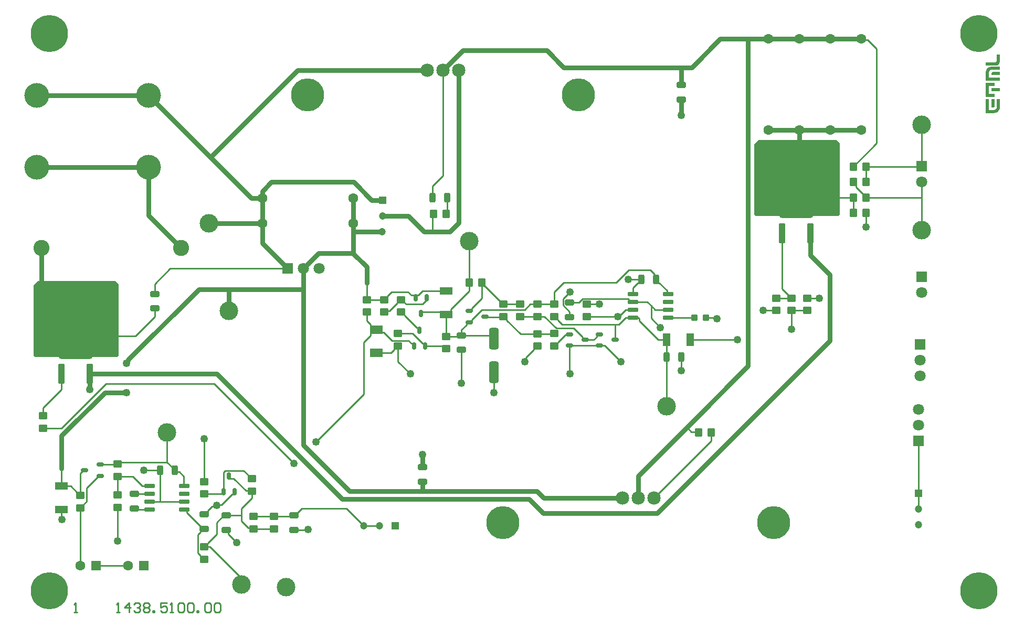
<source format=gtl>
G04*
G04 #@! TF.GenerationSoftware,Altium Limited,Altium Designer,23.6.0 (18)*
G04*
G04 Layer_Physical_Order=1*
G04 Layer_Color=255*
%FSLAX44Y44*%
%MOMM*%
G71*
G04*
G04 #@! TF.SameCoordinates,E2970A9F-EEAD-49D2-9432-5F25BFD95917*
G04*
G04*
G04 #@! TF.FilePolarity,Positive*
G04*
G01*
G75*
%ADD10C,0.2500*%
%ADD15C,0.2540*%
%ADD18R,1.2500X2.0000*%
G04:AMPARAMS|DCode=19|XSize=0.65mm|YSize=1.65mm|CornerRadius=0.0488mm|HoleSize=0mm|Usage=FLASHONLY|Rotation=90.000|XOffset=0mm|YOffset=0mm|HoleType=Round|Shape=RoundedRectangle|*
%AMROUNDEDRECTD19*
21,1,0.6500,1.5525,0,0,90.0*
21,1,0.5525,1.6500,0,0,90.0*
1,1,0.0975,0.7763,0.2763*
1,1,0.0975,0.7763,-0.2763*
1,1,0.0975,-0.7763,-0.2763*
1,1,0.0975,-0.7763,0.2763*
%
%ADD19ROUNDEDRECTD19*%
G04:AMPARAMS|DCode=20|XSize=0.65mm|YSize=1.15mm|CornerRadius=0.1625mm|HoleSize=0mm|Usage=FLASHONLY|Rotation=0.000|XOffset=0mm|YOffset=0mm|HoleType=Round|Shape=RoundedRectangle|*
%AMROUNDEDRECTD20*
21,1,0.6500,0.8250,0,0,0.0*
21,1,0.3250,1.1500,0,0,0.0*
1,1,0.3250,0.1625,-0.4125*
1,1,0.3250,-0.1625,-0.4125*
1,1,0.3250,-0.1625,0.4125*
1,1,0.3250,0.1625,0.4125*
%
%ADD20ROUNDEDRECTD20*%
G04:AMPARAMS|DCode=21|XSize=1.6mm|YSize=3.5mm|CornerRadius=0.4mm|HoleSize=0mm|Usage=FLASHONLY|Rotation=180.000|XOffset=0mm|YOffset=0mm|HoleType=Round|Shape=RoundedRectangle|*
%AMROUNDEDRECTD21*
21,1,1.6000,2.7000,0,0,180.0*
21,1,0.8000,3.5000,0,0,180.0*
1,1,0.8000,-0.4000,1.3500*
1,1,0.8000,0.4000,1.3500*
1,1,0.8000,0.4000,-1.3500*
1,1,0.8000,-0.4000,-1.3500*
%
%ADD21ROUNDEDRECTD21*%
%ADD22R,2.0300X1.4000*%
%ADD23R,2.0000X1.2500*%
G04:AMPARAMS|DCode=24|XSize=1.55mm|YSize=0.95mm|CornerRadius=0.2375mm|HoleSize=0mm|Usage=FLASHONLY|Rotation=90.000|XOffset=0mm|YOffset=0mm|HoleType=Round|Shape=RoundedRectangle|*
%AMROUNDEDRECTD24*
21,1,1.5500,0.4750,0,0,90.0*
21,1,1.0750,0.9500,0,0,90.0*
1,1,0.4750,0.2375,0.5375*
1,1,0.4750,0.2375,-0.5375*
1,1,0.4750,-0.2375,-0.5375*
1,1,0.4750,-0.2375,0.5375*
%
%ADD24ROUNDEDRECTD24*%
G04:AMPARAMS|DCode=25|XSize=1.55mm|YSize=0.95mm|CornerRadius=0.2375mm|HoleSize=0mm|Usage=FLASHONLY|Rotation=180.000|XOffset=0mm|YOffset=0mm|HoleType=Round|Shape=RoundedRectangle|*
%AMROUNDEDRECTD25*
21,1,1.5500,0.4750,0,0,180.0*
21,1,1.0750,0.9500,0,0,180.0*
1,1,0.4750,-0.5375,0.2375*
1,1,0.4750,0.5375,0.2375*
1,1,0.4750,0.5375,-0.2375*
1,1,0.4750,-0.5375,-0.2375*
%
%ADD25ROUNDEDRECTD25*%
G04:AMPARAMS|DCode=26|XSize=1.05mm|YSize=1.1mm|CornerRadius=0.2625mm|HoleSize=0mm|Usage=FLASHONLY|Rotation=270.000|XOffset=0mm|YOffset=0mm|HoleType=Round|Shape=RoundedRectangle|*
%AMROUNDEDRECTD26*
21,1,1.0500,0.5750,0,0,270.0*
21,1,0.5250,1.1000,0,0,270.0*
1,1,0.5250,-0.2875,-0.2625*
1,1,0.5250,-0.2875,0.2625*
1,1,0.5250,0.2875,0.2625*
1,1,0.5250,0.2875,-0.2625*
%
%ADD26ROUNDEDRECTD26*%
G04:AMPARAMS|DCode=27|XSize=1.05mm|YSize=3.3mm|CornerRadius=0.2625mm|HoleSize=0mm|Usage=FLASHONLY|Rotation=180.000|XOffset=0mm|YOffset=0mm|HoleType=Round|Shape=RoundedRectangle|*
%AMROUNDEDRECTD27*
21,1,1.0500,2.7750,0,0,180.0*
21,1,0.5250,3.3000,0,0,180.0*
1,1,0.5250,-0.2625,1.3875*
1,1,0.5250,0.2625,1.3875*
1,1,0.5250,0.2625,-1.3875*
1,1,0.5250,-0.2625,-1.3875*
%
%ADD27ROUNDEDRECTD27*%
G04:AMPARAMS|DCode=28|XSize=0.65mm|YSize=1.15mm|CornerRadius=0.1625mm|HoleSize=0mm|Usage=FLASHONLY|Rotation=90.000|XOffset=0mm|YOffset=0mm|HoleType=Round|Shape=RoundedRectangle|*
%AMROUNDEDRECTD28*
21,1,0.6500,0.8250,0,0,90.0*
21,1,0.3250,1.1500,0,0,90.0*
1,1,0.3250,0.4125,0.1625*
1,1,0.3250,0.4125,-0.1625*
1,1,0.3250,-0.4125,-0.1625*
1,1,0.3250,-0.4125,0.1625*
%
%ADD28ROUNDEDRECTD28*%
G04:AMPARAMS|DCode=29|XSize=1.4mm|YSize=1.2mm|CornerRadius=0.15mm|HoleSize=0mm|Usage=FLASHONLY|Rotation=90.000|XOffset=0mm|YOffset=0mm|HoleType=Round|Shape=RoundedRectangle|*
%AMROUNDEDRECTD29*
21,1,1.4000,0.9000,0,0,90.0*
21,1,1.1000,1.2000,0,0,90.0*
1,1,0.3000,0.4500,0.5500*
1,1,0.3000,0.4500,-0.5500*
1,1,0.3000,-0.4500,-0.5500*
1,1,0.3000,-0.4500,0.5500*
%
%ADD29ROUNDEDRECTD29*%
G04:AMPARAMS|DCode=30|XSize=1.4mm|YSize=1.2mm|CornerRadius=0.15mm|HoleSize=0mm|Usage=FLASHONLY|Rotation=180.000|XOffset=0mm|YOffset=0mm|HoleType=Round|Shape=RoundedRectangle|*
%AMROUNDEDRECTD30*
21,1,1.4000,0.9000,0,0,180.0*
21,1,1.1000,1.2000,0,0,180.0*
1,1,0.3000,-0.5500,0.4500*
1,1,0.3000,0.5500,0.4500*
1,1,0.3000,0.5500,-0.4500*
1,1,0.3000,-0.5500,-0.4500*
%
%ADD30ROUNDEDRECTD30*%
G04:AMPARAMS|DCode=31|XSize=5.55mm|YSize=7.5mm|CornerRadius=0.555mm|HoleSize=0mm|Usage=FLASHONLY|Rotation=180.000|XOffset=0mm|YOffset=0mm|HoleType=Round|Shape=RoundedRectangle|*
%AMROUNDEDRECTD31*
21,1,5.5500,6.3900,0,0,180.0*
21,1,4.4400,7.5000,0,0,180.0*
1,1,1.1100,-2.2200,3.1950*
1,1,1.1100,2.2200,3.1950*
1,1,1.1100,2.2200,-3.1950*
1,1,1.1100,-2.2200,-3.1950*
%
%ADD31ROUNDEDRECTD31*%
%ADD32C,1.6000*%
%ADD33C,5.3340*%
%ADD34C,2.1590*%
%ADD35R,1.6000X1.6000*%
%ADD36C,3.0000*%
%ADD37C,1.8000*%
%ADD38R,1.8000X1.8000*%
%ADD39C,2.6000*%
%ADD40C,6.0000*%
%ADD41C,4.0000*%
%ADD42R,1.8000X1.8000*%
%ADD43R,1.2000X1.2000*%
%ADD44C,1.2000*%
%ADD45R,1.2000X1.2000*%
%ADD46C,1.2500*%
%ADD47C,0.7500*%
G36*
X162272Y545000D02*
Y430000D01*
X159772Y427500D01*
X26781D01*
X24772Y430000D01*
Y543475D01*
X31297Y550000D01*
X157272D01*
X162272Y545000D01*
D02*
G37*
G36*
X1325000Y772500D02*
Y657500D01*
X1322500Y655000D01*
X1189509D01*
X1187500Y657500D01*
Y770975D01*
X1194025Y777500D01*
X1320000D01*
X1325000Y772500D01*
D02*
G37*
G36*
X1583500Y904779D02*
X1583477Y904638D01*
Y904473D01*
X1583453Y904285D01*
X1583430Y904074D01*
X1583383Y903839D01*
X1583289Y903322D01*
X1583124Y902711D01*
X1582913Y902077D01*
X1582631Y901442D01*
X1582255Y900784D01*
X1582043Y900455D01*
X1581785Y900150D01*
X1581526Y899845D01*
X1581221Y899539D01*
X1580916Y899281D01*
X1580563Y899022D01*
X1580164Y898787D01*
X1579764Y898576D01*
X1579318Y898388D01*
X1578824Y898223D01*
X1578308Y898082D01*
X1577744Y897988D01*
X1577156Y897941D01*
X1576522Y897918D01*
X1560968D01*
Y902922D01*
X1574126D01*
X1574149D01*
X1574173D01*
X1574314D01*
X1574525Y902946D01*
X1574807Y902993D01*
X1575159Y903040D01*
X1575535Y903134D01*
X1575935Y903275D01*
X1576334Y903439D01*
X1576757Y903674D01*
X1577133Y903956D01*
X1577509Y904309D01*
X1577838Y904732D01*
X1578120Y905248D01*
X1578331Y905836D01*
X1578402Y906165D01*
X1578449Y906517D01*
X1578496Y906893D01*
Y915445D01*
X1583500D01*
Y904779D01*
D02*
G37*
G36*
Y882576D02*
X1569732D01*
Y885043D01*
X1569755Y885184D01*
X1569779Y885348D01*
X1569849Y885536D01*
X1569920Y885771D01*
X1570037Y886006D01*
X1570178Y886264D01*
X1570343Y886499D01*
X1570578Y886758D01*
X1570860Y886969D01*
X1571189Y887181D01*
X1571588Y887345D01*
X1572034Y887463D01*
X1572551Y887557D01*
X1573162Y887580D01*
X1583500D01*
Y882576D01*
D02*
G37*
G36*
Y891339D02*
X1570296D01*
X1569896D01*
X1569544Y891292D01*
X1569192Y891222D01*
X1568863Y891151D01*
X1568299Y890940D01*
X1567805Y890658D01*
X1567382Y890329D01*
X1567030Y889977D01*
X1566748Y889577D01*
X1566513Y889178D01*
X1566325Y888778D01*
X1566208Y888379D01*
X1566114Y888027D01*
X1566043Y887698D01*
X1565996Y887416D01*
X1565973Y887204D01*
Y878817D01*
X1583500D01*
Y873812D01*
X1560968D01*
Y887016D01*
X1560992Y887862D01*
X1561062Y888661D01*
X1561203Y889413D01*
X1561368Y890094D01*
X1561579Y890752D01*
X1561838Y891339D01*
X1562120Y891903D01*
X1562425Y892420D01*
X1562777Y892890D01*
X1563130Y893313D01*
X1563506Y893712D01*
X1563929Y894065D01*
X1564328Y894394D01*
X1564751Y894676D01*
X1565197Y894958D01*
X1565620Y895169D01*
X1566067Y895380D01*
X1566490Y895568D01*
X1566936Y895709D01*
X1567335Y895850D01*
X1568134Y896062D01*
X1568487Y896132D01*
X1568839Y896203D01*
X1569145Y896250D01*
X1569427Y896273D01*
X1569685Y896320D01*
X1569896D01*
X1570061Y896344D01*
X1570202D01*
X1570272D01*
X1570296D01*
X1583500D01*
Y891339D01*
D02*
G37*
G36*
Y856426D02*
X1569732D01*
Y861430D01*
X1583500D01*
Y856426D01*
D02*
G37*
G36*
X1574736Y865189D02*
X1565973D01*
Y852667D01*
X1574736D01*
Y847662D01*
X1560968D01*
Y870194D01*
X1574736D01*
Y865189D01*
D02*
G37*
G36*
Y831263D02*
X1574713Y831122D01*
X1574666Y830910D01*
X1574572Y830699D01*
X1574431Y830464D01*
X1574220Y830252D01*
X1574079Y830182D01*
X1573891Y830111D01*
X1573703Y830088D01*
X1573491Y830064D01*
X1569732D01*
Y843832D01*
X1574736D01*
Y831263D01*
D02*
G37*
G36*
X1583500Y831075D02*
X1583477Y830887D01*
X1583453Y830652D01*
X1583430Y830393D01*
X1583406Y830088D01*
X1583336Y829735D01*
X1583265Y829383D01*
X1583195Y828984D01*
X1582983Y828138D01*
X1582819Y827691D01*
X1582654Y827245D01*
X1582466Y826775D01*
X1582255Y826305D01*
X1581996Y825835D01*
X1581714Y825365D01*
X1581409Y824919D01*
X1581057Y824473D01*
X1580681Y824026D01*
X1580258Y823627D01*
X1579788Y823227D01*
X1579271Y822875D01*
X1578730Y822523D01*
X1578120Y822217D01*
X1577485Y821959D01*
X1576804Y821724D01*
X1576052Y821559D01*
X1575253Y821418D01*
X1574407Y821324D01*
X1573491Y821301D01*
X1560968D01*
Y843832D01*
X1565973D01*
Y826305D01*
X1565996D01*
X1566020D01*
X1566090D01*
X1566208D01*
X1566372D01*
X1566607D01*
X1566913D01*
X1567101D01*
X1567312D01*
X1567547D01*
X1567829D01*
X1568111D01*
X1568416D01*
X1568769D01*
X1569145D01*
X1569568D01*
X1570014D01*
X1570507D01*
X1571024D01*
X1571564D01*
X1572175D01*
X1572810D01*
X1573491D01*
X1573515D01*
X1573538D01*
X1573609D01*
X1573703D01*
X1573961Y826329D01*
X1574267Y826376D01*
X1574666Y826470D01*
X1575089Y826564D01*
X1575535Y826728D01*
X1576005Y826939D01*
X1576475Y827198D01*
X1576921Y827527D01*
X1577344Y827926D01*
X1577720Y828420D01*
X1577885Y828702D01*
X1578049Y828984D01*
X1578167Y829313D01*
X1578284Y829665D01*
X1578378Y830041D01*
X1578449Y830440D01*
X1578472Y830863D01*
X1578496Y831310D01*
Y843832D01*
X1583500D01*
Y831075D01*
D02*
G37*
D10*
X595596Y525596D02*
X602500Y532500D01*
X628500D02*
X634074Y526926D01*
X602500Y532500D02*
X628500D01*
X634074Y526926D02*
X639029D01*
X640500Y524064D02*
Y525454D01*
X639029Y526926D02*
X640500Y525454D01*
X652000Y533750D02*
X690000D01*
X641000Y522750D02*
Y524954D01*
X642971Y526926D02*
X645176D01*
X641000Y524954D02*
X642971Y526926D01*
X645176D02*
X652000Y533750D01*
X267250Y219050D02*
Y234404D01*
X252784Y244404D02*
X255354Y241835D01*
X259820D01*
X267250Y234404D01*
X160000Y254404D02*
X163096Y257500D01*
X159000Y253404D02*
X160000Y254404D01*
X240043Y257500D02*
Y305000D01*
X252784Y244404D02*
Y246796D01*
X249370Y250210D02*
X252784Y246796D01*
X247333Y250210D02*
X249370D01*
X240043Y257500D02*
X247333Y250210D01*
X163096Y257500D02*
X240043D01*
X202700Y244404D02*
X229284D01*
X230000Y193650D02*
X268250D01*
X212750D02*
X230000D01*
X229284Y194366D02*
Y244404D01*
Y194366D02*
X230000Y193650D01*
X160000Y130000D02*
Y184404D01*
X983719Y552500D02*
X1005250D01*
X965000Y547500D02*
X985000Y567500D01*
X717292Y462250D02*
X720706Y465664D01*
X880000Y547500D02*
X965000D01*
X985000Y567500D02*
X1020000D01*
X1028750Y550208D02*
Y552500D01*
Y550208D02*
X1032164Y546794D01*
X1034456D01*
X1046665Y534585D01*
Y530635D02*
Y534585D01*
Y530635D02*
X1048250Y529050D01*
X1005250Y550208D02*
Y552500D01*
X1001836Y546794D02*
X1005250Y550208D01*
X999544Y546794D02*
X1001836D01*
X991750Y539000D02*
X999544Y546794D01*
X991750Y529050D02*
Y539000D01*
X1026169Y555081D02*
X1028750Y552500D01*
X1026169Y555081D02*
Y561331D01*
X1020000Y567500D02*
X1026169Y561331D01*
X650000Y500000D02*
X686250D01*
X562500Y520000D02*
Y546635D01*
Y520000D02*
X590000D01*
X590865D01*
X1351645Y701720D02*
X1367500Y685865D01*
X1347500Y710000D02*
X1351645Y705855D01*
Y701720D02*
Y705855D01*
X1367500Y685000D02*
Y685865D01*
X110000Y193650D02*
Y215428D01*
X128047Y233404D02*
X130047Y235404D01*
X132750D01*
X127976Y233404D02*
X128047D01*
X110000Y215428D02*
X127976Y233404D01*
X132750Y253404D02*
X159000D01*
X141272Y384000D02*
X316000D01*
X445000Y255000D01*
X70000Y218750D02*
Y247341D01*
X668250Y685000D02*
Y703250D01*
X685400Y720400D01*
Y890000D01*
X727250Y483500D02*
X729454D01*
X731426Y485471D01*
Y487676D01*
X747500Y503750D01*
X715000Y462250D02*
Y471250D01*
X723074Y479324D01*
Y481529D01*
X725046Y483500D01*
X727250D01*
Y501500D02*
X729454D01*
X731426Y503471D01*
Y505676D01*
X747500Y521750D01*
Y546635D01*
X781635Y512500D02*
X782500D01*
X776904Y517231D02*
X781635Y512500D01*
X776904Y517231D02*
Y518096D01*
X753096Y541904D02*
X776904Y518096D01*
X752231Y541904D02*
X753096D01*
X747500Y546635D02*
X752231Y541904D01*
X341972Y231074D02*
X347630D01*
X367588Y211116D02*
X376558D01*
X376874Y210800D01*
X347630Y231074D02*
X367588Y211116D01*
X340000Y233046D02*
Y235250D01*
Y233046D02*
X341972Y231074D01*
X335250Y171750D02*
X359350D01*
X360000Y172400D02*
Y182850D01*
Y161950D02*
Y172400D01*
X359350Y171750D02*
X360000Y172400D01*
X370714Y151236D02*
X378764D01*
X380000Y150000D01*
X360000Y161950D02*
X370714Y151236D01*
X349000Y207546D02*
Y209750D01*
X347029Y205574D02*
X349000Y207546D01*
X344824Y205574D02*
X347029D01*
X327946Y188696D02*
X344824Y205574D01*
X321196Y188696D02*
X327946D01*
X320000Y187500D02*
X321196Y188696D01*
X331000Y209750D02*
Y241285D01*
X376009Y230800D02*
X376874D01*
X371278Y235531D02*
X376009Y230800D01*
X371278Y235531D02*
Y236396D01*
X363924Y243750D02*
X371278Y236396D01*
X333465Y243750D02*
X363924D01*
X331000Y241285D02*
X333465Y243750D01*
X300000Y206204D02*
X329029D01*
X331000Y208176D01*
Y209750D01*
X92572Y461500D02*
X189000D01*
X87500D02*
X92572D01*
X40000Y332500D02*
Y345000D01*
X69772Y374772D02*
Y400000D01*
X40000Y345000D02*
X69772Y374772D01*
Y312500D02*
X141272Y384000D01*
X40000Y312500D02*
X69772D01*
X220000Y492500D02*
Y505750D01*
X189000Y461500D02*
X220000Y492500D01*
Y529250D02*
Y545000D01*
X245000Y570000D01*
X102750Y242201D02*
X104953Y244404D01*
X107250D01*
X102750Y242109D02*
Y242201D01*
X100000Y239359D02*
X102750Y242109D01*
X100000Y203650D02*
Y239359D01*
X445000Y148250D02*
X467071D01*
X467500Y148680D01*
X190000Y206350D02*
X212750D01*
X1260000Y685000D02*
X1347500D01*
X1367500Y637602D02*
Y660000D01*
Y637602D02*
X1367602Y637500D01*
X1272500Y522500D02*
X1292500D01*
X1247500Y502500D02*
X1272500D01*
X1232500Y537500D02*
Y637254D01*
Y537500D02*
X1247500Y522500D01*
Y472500D02*
Y502500D01*
X1201398D02*
X1222500D01*
X1117500Y291470D02*
Y305000D01*
X1025400Y199370D02*
X1117500Y291470D01*
X1085974Y306506D02*
X1095994D01*
X1078740Y313740D02*
X1085974Y306506D01*
X457726Y182850D02*
X529381D01*
X557500Y154731D01*
X557550Y154681D01*
X444876Y170000D02*
X457726Y182850D01*
X412424Y170000D02*
X444876D01*
X1021150Y510000D02*
X1027500Y503650D01*
X1014800Y516350D02*
X1021150Y510000D01*
Y489582D02*
X1035732Y475000D01*
X1021150Y489582D02*
Y510000D01*
X889500Y491700D02*
Y500202D01*
X879000Y510702D02*
X889500Y500202D01*
X879000Y510702D02*
Y521500D01*
X890000Y532500D01*
X865000D02*
X880000Y547500D01*
X865000Y512500D02*
Y532500D01*
X877500Y480000D02*
X962500D01*
X870596Y486904D02*
X877500Y480000D01*
X915000Y455000D02*
X928250D01*
X867739Y473750D02*
X896250D01*
X912796Y455000D02*
X915000D01*
X910824Y456972D02*
X912796Y455000D01*
X910824Y456972D02*
Y459176D01*
X896250Y473750D02*
X910824Y459176D01*
X967500Y492500D02*
X967500Y492500D01*
X917500Y492500D02*
X967500D01*
X967500Y492500D02*
X968750D01*
X848990Y492500D02*
X867739Y473750D01*
X837500Y492500D02*
X848990D01*
X810000D02*
X837500D01*
X865865D02*
X870596Y487769D01*
X865000Y492500D02*
X865865D01*
X870596Y486904D02*
Y487769D01*
X577500Y434100D02*
X601600D01*
X606904Y439404D01*
Y440269D01*
X611635Y445000D01*
X612500D01*
Y419895D02*
Y445000D01*
Y419895D02*
X632395Y400000D01*
X715000Y385000D02*
Y438750D01*
X767500Y370000D02*
Y403000D01*
X836635Y444750D02*
X837500D01*
X831904Y440019D02*
X836635Y444750D01*
X831904Y439154D02*
Y440019D01*
X819413Y426663D02*
X831904Y439154D01*
X819413Y421913D02*
Y426663D01*
X817500Y420000D02*
X819413Y421913D01*
X889500Y400500D02*
Y446000D01*
Y400500D02*
X890000Y400000D01*
X937250Y446000D02*
X946259D01*
X972259Y420000D01*
X889500Y446000D02*
X937250D01*
X1069750Y405250D02*
Y427500D01*
Y405250D02*
X1070000Y405000D01*
X1109000Y490950D02*
X1126059D01*
X1127500Y489509D01*
X1109000Y490950D02*
X1111750Y493700D01*
X910490Y521500D02*
X941228D01*
X971288Y521060D02*
X983719D01*
X971228Y521000D02*
X971288Y521060D01*
X904190Y515200D02*
X910490Y521500D01*
X941728Y521000D02*
X971228D01*
X941228Y521500D02*
X941728Y521000D01*
X983719Y521060D02*
X988429Y516350D01*
X1457500Y685000D02*
Y710000D01*
Y632500D02*
Y685000D01*
X1367500D02*
X1457500D01*
X1367500Y710000D02*
Y735000D01*
X1347500Y665000D02*
Y685000D01*
X690000Y658598D02*
X691750Y660348D01*
Y685000D01*
X668250Y630000D02*
Y656848D01*
X968750Y492500D02*
X980000Y503750D01*
X889500Y515200D02*
X904190D01*
X917500Y512500D02*
X937500D01*
X988429Y516350D02*
X1014800D01*
X1370285Y939715D02*
X1385000Y925000D01*
X1347500Y735000D02*
X1385000Y772500D01*
Y925000D01*
X557550Y154681D02*
X582900D01*
X380000Y170000D02*
X412424D01*
X376074D02*
X380000D01*
X1222500Y522500D02*
X1247500D01*
X1367500Y735000D02*
X1457100D01*
X1457500Y735400D01*
X1360000Y940801D02*
X1361086Y939715D01*
X1370285D01*
X1457500Y735400D02*
Y802500D01*
X727500Y547500D02*
Y614609D01*
X1046250Y347500D02*
Y427500D01*
X1083750Y455000D02*
X1160000D01*
X1452500Y182100D02*
Y207500D01*
Y291700D01*
X574523Y470900D02*
X577500D01*
X568773Y465150D02*
X574523Y470900D01*
X568773Y462173D02*
Y465150D01*
X557500Y450900D02*
X568773Y462173D01*
X480000Y290000D02*
X557500Y367500D01*
Y450900D01*
X996364Y490950D02*
X1000026D01*
X1001560Y489416D01*
Y485754D02*
Y489416D01*
Y485754D02*
X1032314Y455000D01*
X1046250D01*
Y427500D02*
Y455000D01*
X962500Y480000D02*
X969050D01*
X962750Y455000D02*
Y479750D01*
X962500Y480000D02*
X962750Y479750D01*
X1043636Y490950D02*
X1091000D01*
X980000D02*
X996364D01*
X969050Y480000D02*
X980000Y490950D01*
X996264Y503750D02*
X996364Y503650D01*
X980000Y503750D02*
X996264D01*
X1027500Y503650D02*
X1043636D01*
X935046Y464000D02*
X937250D01*
X933074Y462029D02*
X935046Y464000D01*
X933074Y459824D02*
Y462029D01*
X928250Y455000D02*
X933074Y459824D01*
X865000Y445000D02*
X865865D01*
X870596Y449731D01*
Y450596D01*
X882574Y462574D01*
X888074D01*
X889500Y464000D01*
X837500Y464750D02*
X864750D01*
X865000Y465000D01*
X782500Y492500D02*
X783365D01*
X788096Y487769D01*
Y486904D02*
Y487769D01*
Y486904D02*
X810250Y464750D01*
X837500D01*
Y512500D02*
X865000D01*
X817260Y503750D02*
X826010Y512500D01*
X747500Y503750D02*
X817260D01*
X826010Y512500D02*
X837500D01*
X757000Y492000D02*
X782000D01*
X782500Y492500D01*
Y512500D02*
X810000D01*
X727500Y533750D02*
Y547500D01*
X698277Y504527D02*
X727500Y533750D01*
X698277Y501250D02*
Y504527D01*
X693277Y496250D02*
X698277Y501250D01*
X690000Y496250D02*
X693277D01*
X656500Y444750D02*
X685750D01*
X690000Y440500D01*
X717292Y462250D02*
X762250D01*
X715000D02*
X717292D01*
X762250D02*
X767500Y457000D01*
X690000Y460500D02*
X713250D01*
X715000Y462250D01*
X690000Y460500D02*
Y496250D01*
X686250Y500000D02*
X690000Y496250D01*
X647500Y470250D02*
Y472329D01*
X645529Y474301D02*
X647500Y472329D01*
X643199Y474301D02*
X645529D01*
X623096Y494404D02*
X643199Y474301D01*
X623096Y494404D02*
Y495269D01*
X618365Y500000D02*
X623096Y495269D01*
X617500Y500000D02*
X618365D01*
X612500Y465000D02*
X636250D01*
X652324Y448926D01*
X654529D01*
X656500Y446954D01*
Y444750D02*
Y446954D01*
X577500Y470900D02*
X581431Y466969D01*
X589935D01*
X603154Y453750D01*
X629500D01*
X634324Y448926D01*
X636529D01*
X638500Y446954D01*
Y444750D02*
Y446954D01*
X617500Y520000D02*
X618635D01*
X616635D02*
X617500D01*
X618635D02*
X625885Y512750D01*
X652250D01*
X656250Y516750D01*
X659500Y519500D02*
Y520000D01*
X656750Y516750D02*
X659500Y519500D01*
X656250Y516750D02*
X656750D01*
X595596Y524731D02*
Y525596D01*
X590865Y520000D02*
X595596Y524731D01*
X562500Y485900D02*
Y500000D01*
Y485900D02*
X568773Y479627D01*
Y476650D02*
Y479627D01*
Y476650D02*
X574523Y470900D01*
X590000Y500000D02*
X591786Y501786D01*
X599286D01*
X611904Y514404D01*
Y515269D01*
X616635Y520000D01*
X245000Y570000D02*
X434600Y570000D01*
X335250Y148250D02*
X335371D01*
X338786Y144836D01*
Y141215D02*
Y144836D01*
Y141215D02*
X352500Y127500D01*
X300000Y226204D02*
Y294914D01*
X300086Y295000D01*
X300000Y173500D02*
X302292D01*
X305706Y176914D01*
Y179206D01*
X312429Y185929D01*
X318429D01*
X320000Y187500D01*
X297708Y173500D02*
X300000D01*
X294294Y176914D02*
X297708Y173500D01*
X160000Y130000D02*
X160000Y130000D01*
X70000Y165521D02*
Y181250D01*
Y165521D02*
X70521Y165000D01*
X125450Y90000D02*
X177300D01*
X380000Y150000D02*
X412424D01*
X360000Y60000D02*
Y70000D01*
X331750Y171750D02*
X335250D01*
X320000Y160000D02*
X331750Y171750D01*
X300000Y120800D02*
X300865D01*
X305596Y125531D01*
Y126396D01*
X320000Y140800D01*
Y160000D01*
X376874Y199724D02*
Y210800D01*
X360000Y182850D02*
X376874Y199724D01*
X375724Y229650D02*
X376874Y230800D01*
X309286Y120715D02*
X360000Y70000D01*
X300086Y120715D02*
X309286D01*
X300000Y120800D02*
X300086Y120715D01*
X294294Y146685D02*
X297609Y150000D01*
X294294Y144294D02*
Y146685D01*
X290000Y140000D02*
X294294Y144294D01*
X290000Y110800D02*
Y140000D01*
X299135Y100800D02*
X300000D01*
X294404Y105531D02*
X299135Y100800D01*
X294404Y105531D02*
Y106396D01*
X290000Y110800D02*
X294404Y106396D01*
X267250Y180950D02*
X270627D01*
X272377Y179200D01*
Y175823D02*
Y179200D01*
Y175823D02*
X294195Y154005D01*
Y153414D02*
Y154005D01*
Y153414D02*
X297609Y150000D01*
X100050Y90000D02*
Y183600D01*
X100000Y183650D02*
X100050Y183600D01*
X191900Y180950D02*
X212750D01*
X190000Y182850D02*
X191900Y180950D01*
X200000Y219050D02*
X212750D01*
X160000Y234404D02*
X184646D01*
X200000Y219050D01*
X160000Y204404D02*
Y234404D01*
X100000Y183650D02*
X100865D01*
X105596Y188381D01*
Y189246D01*
X110000Y193650D01*
X70000Y218750D02*
X84900D01*
X94404Y209246D01*
Y208381D02*
Y209246D01*
Y208381D02*
X99135Y203650D01*
X100000D01*
X267250Y219050D02*
X268250D01*
D15*
X159000Y15000D02*
X164078D01*
X161539D01*
Y30235D01*
X159000Y27696D01*
X179313Y15000D02*
Y30235D01*
X171696Y22618D01*
X181853D01*
X186931Y27696D02*
X189470Y30235D01*
X194548D01*
X197088Y27696D01*
Y25157D01*
X194548Y22618D01*
X192009D01*
X194548D01*
X197088Y20078D01*
Y17539D01*
X194548Y15000D01*
X189470D01*
X186931Y17539D01*
X202166Y27696D02*
X204705Y30235D01*
X209783D01*
X212323Y27696D01*
Y25157D01*
X209783Y22618D01*
X212323Y20078D01*
Y17539D01*
X209783Y15000D01*
X204705D01*
X202166Y17539D01*
Y20078D01*
X204705Y22618D01*
X202166Y25157D01*
Y27696D01*
X204705Y22618D02*
X209783D01*
X217401Y15000D02*
Y17539D01*
X219940D01*
Y15000D01*
X217401D01*
X240254Y30235D02*
X230097D01*
Y22618D01*
X235175Y25157D01*
X237715D01*
X240254Y22618D01*
Y17539D01*
X237715Y15000D01*
X232636D01*
X230097Y17539D01*
X245332Y15000D02*
X250410D01*
X247871D01*
Y30235D01*
X245332Y27696D01*
X258028D02*
X260567Y30235D01*
X265645D01*
X268185Y27696D01*
Y17539D01*
X265645Y15000D01*
X260567D01*
X258028Y17539D01*
Y27696D01*
X273263D02*
X275802Y30235D01*
X280881D01*
X283420Y27696D01*
Y17539D01*
X280881Y15000D01*
X275802D01*
X273263Y17539D01*
Y27696D01*
X288498Y15000D02*
Y17539D01*
X291037D01*
Y15000D01*
X288498D01*
X301194Y27696D02*
X303733Y30235D01*
X308811D01*
X311351Y27696D01*
Y17539D01*
X308811Y15000D01*
X303733D01*
X301194Y17539D01*
Y27696D01*
X316429D02*
X318968Y30235D01*
X324047D01*
X326586Y27696D01*
Y17539D01*
X324047Y15000D01*
X318968D01*
X316429Y17539D01*
Y27696D01*
X90000Y15000D02*
X95078D01*
X92539D01*
Y30235D01*
X90000Y27696D01*
D18*
X1083750Y455000D02*
D03*
X1046250D02*
D03*
D19*
X991750Y529050D02*
D03*
Y516350D02*
D03*
Y503650D02*
D03*
Y490950D02*
D03*
X1048250Y529050D02*
D03*
Y516350D02*
D03*
Y503650D02*
D03*
Y490950D02*
D03*
X268250Y180950D02*
D03*
Y193650D02*
D03*
Y206350D02*
D03*
Y219050D02*
D03*
X211750Y180950D02*
D03*
Y193650D02*
D03*
Y206350D02*
D03*
Y219050D02*
D03*
D20*
X659000Y522750D02*
D03*
X641000D02*
D03*
X650000Y497250D02*
D03*
X656500Y444750D02*
D03*
X638500D02*
D03*
X647500Y470250D02*
D03*
X331000Y209750D02*
D03*
X349000D02*
D03*
X340000Y235250D02*
D03*
D21*
X767500Y457000D02*
D03*
Y403000D02*
D03*
D22*
X577500Y434100D02*
D03*
Y470900D02*
D03*
D23*
X690000Y496250D02*
D03*
Y533750D02*
D03*
X70000Y181250D02*
D03*
Y218750D02*
D03*
D24*
X668250Y685000D02*
D03*
X691750D02*
D03*
X1028750Y552500D02*
D03*
X1005250D02*
D03*
X1046250Y427500D02*
D03*
X1069750D02*
D03*
X229284Y244404D02*
D03*
X252784D02*
D03*
D25*
X220000Y505750D02*
D03*
Y529250D02*
D03*
X652324Y225750D02*
D03*
Y249250D02*
D03*
X1070000Y843250D02*
D03*
Y866750D02*
D03*
X445000Y148250D02*
D03*
Y171750D02*
D03*
X715000Y438750D02*
D03*
Y462250D02*
D03*
X889500Y491700D02*
D03*
Y515200D02*
D03*
X187500Y182850D02*
D03*
Y206350D02*
D03*
X300000Y150000D02*
D03*
Y173500D02*
D03*
X335250Y148250D02*
D03*
Y171750D02*
D03*
D26*
X1091000Y490950D02*
D03*
X1109000D02*
D03*
D27*
X69772Y400000D02*
D03*
X115372D02*
D03*
X1232500Y627500D02*
D03*
X1278100D02*
D03*
D28*
X937250Y464000D02*
D03*
Y446000D02*
D03*
X962750Y455000D02*
D03*
X889500Y464000D02*
D03*
Y446000D02*
D03*
X915000Y455000D02*
D03*
X107250Y244404D02*
D03*
X132750Y235404D02*
D03*
Y253404D02*
D03*
X727250Y501500D02*
D03*
Y483500D02*
D03*
X752750Y492500D02*
D03*
D29*
X670000Y658598D02*
D03*
X690000D02*
D03*
X1347500Y735000D02*
D03*
X1367500D02*
D03*
X1097500Y305000D02*
D03*
X1117500D02*
D03*
X1347500Y710000D02*
D03*
X1367500D02*
D03*
X1347500Y685000D02*
D03*
X1367500D02*
D03*
X1347500Y660000D02*
D03*
X1367500D02*
D03*
X727500Y547500D02*
D03*
X747500D02*
D03*
D30*
X40000Y332500D02*
D03*
Y312500D02*
D03*
X1247500Y522500D02*
D03*
Y502500D02*
D03*
X1272500Y522500D02*
D03*
Y502500D02*
D03*
X1222500D02*
D03*
Y522500D02*
D03*
X562500Y520000D02*
D03*
Y500000D02*
D03*
X590000D02*
D03*
Y520000D02*
D03*
X837500Y492500D02*
D03*
Y512500D02*
D03*
X865000D02*
D03*
Y492500D02*
D03*
X617500Y520000D02*
D03*
Y500000D02*
D03*
X810000Y492500D02*
D03*
Y512500D02*
D03*
X917500Y492500D02*
D03*
Y512500D02*
D03*
X782500D02*
D03*
Y492500D02*
D03*
X690000Y460500D02*
D03*
Y440500D02*
D03*
X865000Y465000D02*
D03*
Y445000D02*
D03*
X612500D02*
D03*
Y465000D02*
D03*
X837500Y444750D02*
D03*
Y464750D02*
D03*
X380000Y170000D02*
D03*
Y150000D02*
D03*
X100000Y203650D02*
D03*
Y183650D02*
D03*
X160000Y234404D02*
D03*
Y254404D02*
D03*
X376874Y230800D02*
D03*
Y210800D02*
D03*
X300000Y100800D02*
D03*
Y120800D02*
D03*
Y226204D02*
D03*
Y206204D02*
D03*
X412424Y150000D02*
D03*
Y170000D02*
D03*
X160000Y184404D02*
D03*
Y204404D02*
D03*
D31*
X92572Y461500D02*
D03*
X1255300Y689000D02*
D03*
D32*
X540801Y643598D02*
D03*
X393801D02*
D03*
Y683598D02*
D03*
X540801D02*
D03*
X1210000Y940801D02*
D03*
Y793801D02*
D03*
X1260000D02*
D03*
Y940801D02*
D03*
X1310000D02*
D03*
Y793801D02*
D03*
X1360000D02*
D03*
Y940801D02*
D03*
X177300Y90000D02*
D03*
X100050D02*
D03*
D33*
X903840Y850630D02*
D03*
X466960D02*
D03*
X781560Y160000D02*
D03*
X1218440D02*
D03*
D34*
X660000Y890000D02*
D03*
X685400D02*
D03*
X710800D02*
D03*
X1025400Y199370D02*
D03*
X1000000D02*
D03*
X974600D02*
D03*
D35*
X202700Y90000D02*
D03*
X125450D02*
D03*
D36*
X1457500Y632500D02*
D03*
Y802500D02*
D03*
X307500Y643598D02*
D03*
X432500Y55187D02*
D03*
X340000Y501786D02*
D03*
X727500Y614609D02*
D03*
X1046250Y347500D02*
D03*
X240043Y305000D02*
D03*
X360000Y60000D02*
D03*
D37*
X1457500Y710000D02*
D03*
Y531100D02*
D03*
X1455000Y397100D02*
D03*
Y422500D02*
D03*
X1452500Y342500D02*
D03*
Y317100D02*
D03*
X460000Y570000D02*
D03*
X485400D02*
D03*
D38*
X1457500Y735400D02*
D03*
Y556500D02*
D03*
X1455000Y447900D02*
D03*
X1452500Y291700D02*
D03*
D39*
X37500Y603460D02*
D03*
X262500D02*
D03*
D40*
X50000Y50000D02*
D03*
Y950000D02*
D03*
X1550000D02*
D03*
Y50000D02*
D03*
D41*
X30000Y850000D02*
D03*
X210000D02*
D03*
X30000Y733460D02*
D03*
X210000D02*
D03*
D42*
X434600Y570000D02*
D03*
D43*
X1452500Y207500D02*
D03*
X587500Y680800D02*
D03*
D44*
X1452500Y182100D02*
D03*
X1452450Y156700D02*
D03*
X582900Y154681D02*
D03*
X557500Y154731D02*
D03*
X587500Y655400D02*
D03*
X587450Y630000D02*
D03*
D45*
X608300Y154681D02*
D03*
D46*
X202700Y244404D02*
D03*
X160000Y130000D02*
D03*
X983719Y552500D02*
D03*
X175000Y370000D02*
D03*
X115372Y375000D02*
D03*
X467500Y148680D02*
D03*
X1367602Y637500D02*
D03*
X1292500Y522500D02*
D03*
X1247500Y472500D02*
D03*
X1201398Y502500D02*
D03*
X652500Y270000D02*
D03*
X1035732Y475000D02*
D03*
X890000Y532500D02*
D03*
X632395Y400000D02*
D03*
X715000Y385000D02*
D03*
X767500Y370000D02*
D03*
X817500Y420000D02*
D03*
X890000Y400000D02*
D03*
X972259Y420000D02*
D03*
X1070000Y405000D02*
D03*
X1127500Y489509D02*
D03*
X1070000Y817500D02*
D03*
X967500Y492500D02*
D03*
X937500Y512500D02*
D03*
X1160000Y455000D02*
D03*
X480000Y290000D02*
D03*
X445000Y255000D02*
D03*
X175000Y417500D02*
D03*
X352500Y127500D02*
D03*
X300086Y295000D02*
D03*
X320000Y187500D02*
D03*
X70521Y165000D02*
D03*
D47*
X846691Y175000D02*
X1030994D01*
X1309558Y453564D02*
Y560442D01*
X1030994Y175000D02*
X1309558Y453564D01*
X393801Y695000D02*
X408801Y710000D01*
X541098D01*
X570298Y680800D01*
X587500Y655400D02*
X629550D01*
X540801Y643598D02*
Y683598D01*
Y595000D02*
Y643598D01*
X570298Y680800D02*
X587500D01*
X562500Y546635D02*
Y572500D01*
X70000Y247341D02*
Y300000D01*
X543160Y630000D02*
X587450D01*
X540000Y595000D02*
X562500Y572500D01*
X70000Y300000D02*
X140000Y370000D01*
X175000D01*
X76943Y472057D02*
X87500Y461500D01*
X76943Y472057D02*
Y505857D01*
X37500Y545300D02*
X76943Y505857D01*
X115372Y375000D02*
Y400000D01*
X320000D01*
X1260000Y685000D02*
Y793801D01*
X1255300Y685865D02*
Y689000D01*
X1278100Y591900D02*
Y627500D01*
Y591900D02*
X1309558Y560442D01*
X652324Y249250D02*
Y269824D01*
X652500Y270000D01*
X652324Y210800D02*
X836700D01*
X534200D02*
X652324D01*
Y225750D01*
X1078740Y313740D02*
X1177500Y412500D01*
X1000000Y235000D02*
X1078740Y313740D01*
X1095994Y306506D02*
X1097500Y305000D01*
X1000000Y199370D02*
Y235000D01*
X1177500Y412500D02*
Y940801D01*
X1070000Y817500D02*
Y843250D01*
Y895000D02*
X1086699D01*
X880000D02*
X1070000D01*
Y866750D02*
Y895000D01*
X1132500Y940801D02*
X1177500D01*
X1086699Y895000D02*
X1132500Y940801D01*
X717700Y922300D02*
X852700D01*
X880000Y895000D01*
X685400Y890000D02*
X717700Y922300D01*
X668250Y630000D02*
X696516D01*
X654950D02*
X668250D01*
Y656848D02*
X670000Y658598D01*
X710800Y644284D02*
Y890000D01*
X696516Y630000D02*
X710800Y644284D01*
X629550Y655400D02*
X654950Y630000D01*
X393801Y683598D02*
Y695000D01*
X450951Y890000D02*
X660000D01*
X310475Y749525D02*
X450951Y890000D01*
X210000Y850000D02*
X310475Y749525D01*
X376402Y683598D01*
X340000Y536874D02*
X460000D01*
X291168D02*
X340000D01*
Y501786D02*
Y536874D01*
X307500Y643598D02*
X393801D01*
X522500Y197500D02*
X824191D01*
X320000Y400000D02*
X522500Y197500D01*
X460000Y570000D02*
X485000Y595000D01*
X540000D01*
X1177500Y940801D02*
X1210000D01*
X460000Y285000D02*
X534200Y210800D01*
X460000Y285000D02*
Y536874D01*
X177500Y423206D02*
X291168Y536874D01*
X175000Y417500D02*
Y418853D01*
X177500Y421353D01*
Y423206D01*
X836700Y210800D02*
X848130Y199370D01*
X974600D01*
X824191Y197500D02*
X846691Y175000D01*
X37500Y545300D02*
Y603460D01*
X210000Y655960D02*
Y733460D01*
Y655960D02*
X262500Y603460D01*
X30000Y733460D02*
X210000D01*
X460000Y536874D02*
Y570000D01*
X1260000Y793801D02*
X1310000D01*
X1210000D02*
X1260000D01*
X1310000D02*
X1360000D01*
X1310000Y940801D02*
X1360000D01*
X1260000D02*
X1310000D01*
X1210000D02*
X1260000D01*
X393801Y610799D02*
X434600Y570000D01*
X393801Y610799D02*
Y643598D01*
Y683598D01*
X376402D02*
X393801D01*
X30000Y850000D02*
X210000D01*
M02*

</source>
